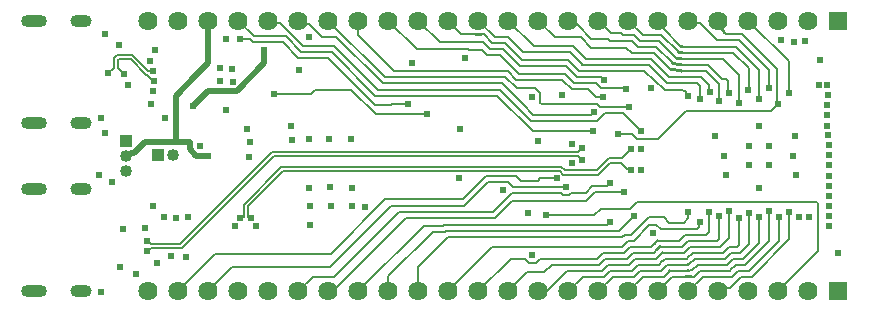
<source format=gbl>
G04*
G04 #@! TF.GenerationSoftware,Altium Limited,Altium Designer,24.8.2 (39)*
G04*
G04 Layer_Physical_Order=4*
G04 Layer_Color=16711680*
%FSLAX25Y25*%
%MOIN*%
G70*
G04*
G04 #@! TF.SameCoordinates,54D4AE81-F579-4C1F-815F-76D8A96FC484*
G04*
G04*
G04 #@! TF.FilePolarity,Positive*
G04*
G01*
G75*
%ADD12C,0.00600*%
G04:AMPARAMS|DCode=56|XSize=39.37mil|YSize=70.87mil|CornerRadius=19.68mil|HoleSize=0mil|Usage=FLASHONLY|Rotation=270.000|XOffset=0mil|YOffset=0mil|HoleType=Round|Shape=RoundedRectangle|*
%AMROUNDEDRECTD56*
21,1,0.03937,0.03150,0,0,270.0*
21,1,0.00000,0.07087,0,0,270.0*
1,1,0.03937,-0.01575,0.00000*
1,1,0.03937,-0.01575,0.00000*
1,1,0.03937,0.01575,0.00000*
1,1,0.03937,0.01575,0.00000*
%
%ADD56ROUNDEDRECTD56*%
G04:AMPARAMS|DCode=57|XSize=39.37mil|YSize=86.61mil|CornerRadius=19.68mil|HoleSize=0mil|Usage=FLASHONLY|Rotation=270.000|XOffset=0mil|YOffset=0mil|HoleType=Round|Shape=RoundedRectangle|*
%AMROUNDEDRECTD57*
21,1,0.03937,0.04724,0,0,270.0*
21,1,0.00000,0.08661,0,0,270.0*
1,1,0.03937,-0.02362,0.00000*
1,1,0.03937,-0.02362,0.00000*
1,1,0.03937,0.02362,0.00000*
1,1,0.03937,0.02362,0.00000*
%
%ADD57ROUNDEDRECTD57*%
%ADD59C,0.02000*%
%ADD62C,0.00603*%
%ADD64C,0.04000*%
%ADD65R,0.04000X0.04000*%
%ADD66C,0.06400*%
%ADD67R,0.04000X0.04000*%
%ADD68R,0.06400X0.06400*%
%ADD69C,0.02400*%
%ADD78C,0.01000*%
%ADD79C,0.01000*%
D12*
X204730Y21700D02*
X206728D01*
X211828Y26800D02*
X214318D01*
X206728Y21700D02*
X211828Y26800D01*
X214318D02*
X215718Y25400D01*
X222773D01*
X171882Y19700D02*
X202730D01*
X204730Y21700D01*
X159500Y19500D02*
X171682D01*
X145000Y5000D02*
X159500Y19500D01*
X171682D02*
X171882Y19700D01*
X205900Y23700D02*
X211700Y29500D01*
X203001Y22800D02*
X203901Y23700D01*
X211700Y29500D02*
X216843D01*
X203901Y23700D02*
X205900D01*
X144800Y22800D02*
X203001D01*
X216843Y29500D02*
X218643Y27700D01*
X214700Y55400D02*
X224300Y65000D01*
X252600D01*
X254614Y67014D02*
Y78714D01*
X252600Y65000D02*
X254614Y67014D01*
X164900Y89500D02*
X169900Y84500D01*
X155000Y95000D02*
X160500Y89500D01*
X169900Y84500D02*
X185500D01*
X160500Y89500D02*
X164900D01*
X135000Y95000D02*
X142200Y87800D01*
X156543D01*
X125000Y95000D02*
X134600Y85400D01*
X151618D01*
X151818Y85200D01*
X156315D02*
X158015Y83500D01*
X151818Y85200D02*
X156315D01*
X158015Y83500D02*
X162343D01*
X180428Y89572D02*
X189100D01*
X175000Y95000D02*
X180428Y89572D01*
X115000Y5000D02*
X136700Y26700D01*
X143043D01*
X72800Y12800D02*
X105400D01*
X65000Y5000D02*
X72800Y12800D01*
X105400D02*
X125800Y33200D01*
X67300Y17300D02*
X105700D01*
X55000Y5000D02*
X67300Y17300D01*
X105700D02*
X124000Y35600D01*
X125800Y33200D02*
X150200D01*
X124000Y35600D02*
X149772D01*
X130700Y29200D02*
X160547D01*
X105000Y5000D02*
X106461D01*
X108035Y6573D01*
X108073D01*
X130700Y29200D01*
X125000Y9900D02*
X139800Y24700D01*
X143872D02*
X143972Y24800D01*
X139800Y24700D02*
X143872D01*
X143972Y24800D02*
X201800D01*
X125000Y5000D02*
Y9900D01*
X176900Y11200D02*
X179400Y13700D01*
X195215D01*
X171200Y11200D02*
X176900D01*
X165000Y5000D02*
X171200Y11200D01*
X165700Y15700D02*
X170482D01*
X175518D02*
X194386D01*
X155000Y5000D02*
X165700Y15700D01*
X174118Y14300D02*
X175518Y15700D01*
X171882Y14300D02*
X174118D01*
X170482Y15700D02*
X171882Y14300D01*
X184445Y11700D02*
X196043D01*
X177745Y5000D02*
X184445Y11700D01*
X196043D02*
X198043Y13700D01*
X175000Y5000D02*
X177745D01*
X225000D02*
X229700Y9700D01*
X235298D02*
X236238Y9580D01*
X229700Y9700D02*
X235298D01*
X236238Y9580D02*
X237067Y9580D01*
X239552D02*
X241672Y11700D01*
X237067Y9580D02*
X239552D01*
X183001Y75329D02*
X186186Y72143D01*
X191657D01*
X194132Y69668D01*
X163986Y76200D02*
X167790Y72396D01*
X175533Y67686D02*
X176118Y67100D01*
X175533Y67686D02*
Y68514D01*
X176118Y67100D02*
X194618D01*
X175596Y68578D02*
Y70815D01*
X175533Y68514D02*
X175596Y68578D01*
X174015Y72396D02*
X175596Y70815D01*
X167790Y72396D02*
X174015D01*
X123800Y76200D02*
X163986D01*
X194618Y67100D02*
X195418Y66300D01*
X205100D01*
X173300Y63700D02*
X192421D01*
X193121Y64400D01*
X193500D01*
X194238Y74143D02*
X195882Y72500D01*
X187015Y74143D02*
X194238D01*
X183829Y77329D02*
X187015Y74143D01*
X162900Y74100D02*
X169800Y67200D01*
X169800D02*
X173300Y63700D01*
X169800Y67200D02*
X169800D01*
X168972Y65200D02*
X172472Y61700D01*
X194618D01*
X196200Y63282D01*
Y63282D02*
X197218Y64300D01*
X196200Y63282D02*
Y63282D01*
X161236Y70000D02*
X173136Y58100D01*
X193153D01*
X242828Y90500D02*
X246620Y86708D01*
Y86708D02*
Y86708D01*
Y86708D02*
X254614Y78714D01*
X237437Y90500D02*
X242828D01*
X237144Y90793D02*
X237437Y90500D01*
X235000Y95000D02*
X235001Y94996D01*
X237115Y90823D02*
X237144Y90793D01*
X267600Y34700D02*
X268200Y34100D01*
X205482Y32300D02*
X207882Y34700D01*
X267600D01*
X268200Y18200D02*
Y34100D01*
X246100Y9700D02*
X258500Y22100D01*
Y31200D01*
X251900Y21700D02*
Y31500D01*
X243900Y13700D02*
X251900Y21700D01*
X242243Y17700D02*
X245200Y20657D01*
Y31000D01*
X238400Y22570D02*
Y31700D01*
X235529Y19700D02*
X238400Y22570D01*
X231900Y24586D02*
Y31100D01*
X228496Y27696D02*
X228700Y27900D01*
X228496Y26286D02*
Y27696D01*
X223073Y25700D02*
X227910D01*
X228496Y26286D01*
X231014Y23700D02*
X231900Y24586D01*
X224732Y31032D02*
X225000Y31300D01*
X224732Y29061D02*
Y31032D01*
X223372Y27700D02*
X224732Y29061D01*
X207982Y55400D02*
X214700D01*
X227814Y74186D02*
X228700Y73300D01*
Y68800D02*
Y73300D01*
X229407Y75893D02*
X231832Y73468D01*
Y71468D02*
X232100Y71200D01*
X231832Y71468D02*
Y73468D01*
X229407Y75893D02*
X229407D01*
X235100Y68100D02*
Y73800D01*
X230714Y78186D02*
X235100Y73800D01*
X241700Y72289D02*
X242000Y72589D01*
X241700Y67700D02*
Y72289D01*
X242000Y72589D02*
Y76800D01*
X245100Y72200D02*
Y79072D01*
X244900Y72000D02*
X245100Y72200D01*
X239986Y84186D02*
X245100Y79072D01*
X248500Y68800D02*
Y78500D01*
X240767Y86233D02*
X248500Y78500D01*
X251800Y72400D02*
Y78600D01*
X79005Y88732D02*
X79962Y87775D01*
X75768Y88732D02*
X79005D01*
X79962Y87775D02*
X83700D01*
X95100Y82700D02*
X95250Y82550D01*
X83700Y87775D02*
X89868D01*
X95250Y82550D02*
X104850D01*
X89868Y87775D02*
X94943Y82700D01*
X95100D01*
X90697Y89775D02*
X95772Y84700D01*
X97600D02*
X97750Y84550D01*
X95772Y84700D02*
X97600D01*
X97750Y84550D02*
X106057D01*
X80225Y89775D02*
X90697D01*
X88973Y94327D02*
X96600Y86700D01*
X106736D02*
X121436Y72000D01*
X96600Y86700D02*
X106736D01*
X85673Y94327D02*
X88973D01*
X85000Y95000D02*
X85673Y94327D01*
X240843Y13700D02*
X243900D01*
X237895Y11580D02*
X238723D01*
X225964Y9600D02*
X226772D01*
X219600D02*
X224036D01*
X238995Y11852D02*
X240843Y13700D01*
X226772Y9600D02*
X228872Y11700D01*
X237775D01*
X237895Y11580D01*
X238723D02*
X238995Y11852D01*
X215000Y5000D02*
X219600Y9600D01*
X255100Y29600D02*
X255136Y29564D01*
Y21564D02*
Y29564D01*
X245272Y11700D02*
X255136Y21564D01*
X241672Y11700D02*
X245272D01*
X120772Y63800D02*
X137900D01*
X112572Y72000D02*
X120772Y63800D01*
X100625Y72000D02*
X112572D01*
X99225Y70600D02*
X100625Y72000D01*
X86900Y70600D02*
X99225D01*
X75500Y89000D02*
X75700Y88800D01*
X75768Y88732D01*
X104850Y82550D02*
X120600Y66800D01*
X125711D01*
X126011Y67100D02*
X131500D01*
X125711Y66800D02*
X126011Y67100D01*
X158300Y41300D02*
X164804D01*
X166404Y39700D01*
X184200D01*
X150200Y33200D02*
X158300Y41300D01*
X167586Y43300D02*
X169186Y41700D01*
X157472Y43300D02*
X167586D01*
X149772Y35600D02*
X157472Y43300D01*
X169186Y41700D02*
X174704D01*
X175403Y42400D01*
X181300D01*
X235923Y5923D02*
X238723D01*
X235000Y5000D02*
X235923Y5923D01*
X238723D02*
X242500Y9700D01*
X246100D01*
X243072Y15700D02*
X248400Y21028D01*
Y29600D01*
X240015Y15700D02*
X243072D01*
X205000Y5000D02*
X209700Y9700D01*
X228043Y13700D02*
X238015D01*
X209700Y9700D02*
X216872D01*
X238015Y13700D02*
X240015Y15700D01*
X216872Y9700D02*
X218772Y11600D01*
X218776Y11600D02*
X224885Y11699D01*
X224930Y11700D02*
X226055Y11711D01*
X228043Y13700D01*
X239186Y17700D02*
X242243D01*
X208872Y11700D02*
X216000D01*
X206872Y9700D02*
X208872Y11700D01*
X195000Y5000D02*
X199700Y9700D01*
X206872D01*
X216000Y11700D02*
X216948Y12648D01*
X237186Y15700D02*
X239186Y17700D01*
X216948Y12648D02*
X217143Y12800D01*
X217943Y13600D01*
X224093Y13691D01*
X224900Y13699D01*
X224909Y13700D02*
X225218Y13703D01*
X227215Y15700D01*
X237186D01*
X241700Y20286D02*
Y29300D01*
X241114Y19700D02*
X241700Y20286D01*
X238358Y19700D02*
X241114D01*
X189700Y9700D02*
X196872D01*
X198872Y11700D01*
X185000Y5000D02*
X189700Y9700D01*
X236358Y17700D02*
X238358Y19700D01*
X226386Y17700D02*
X236358D01*
X206043Y11700D02*
X208043Y13700D01*
X198872Y11700D02*
X206043D01*
X208043Y13700D02*
X215172D01*
X216220Y14748D01*
X224669Y15983D02*
X226386Y17700D01*
X216220Y14748D02*
X216415Y14900D01*
X217115Y15600D01*
X223256Y15682D01*
X224380Y15694D01*
X224669Y15983D01*
X205215Y13700D02*
X207215Y15700D01*
X198043Y13700D02*
X205215D01*
X207215Y15700D02*
X214343D01*
X215391Y16748D02*
X215586Y16900D01*
X214343Y15700D02*
X215391Y16748D01*
X215586Y16900D02*
X216286Y17600D01*
X216290Y17600D02*
X222419Y17674D01*
X223543Y17685D01*
X225558Y19700D01*
X235529D01*
X195215Y13700D02*
X197215Y15700D01*
X204386D02*
X206386Y17700D01*
X197215Y15700D02*
X204386D01*
X235100Y22286D02*
Y29900D01*
X206386Y17700D02*
X213515D01*
X214563Y18748D01*
X234514Y21700D02*
X235100Y22286D01*
X221582Y19665D02*
X222706Y19677D01*
X224729Y21700D01*
X214564Y18749D02*
X215458Y19600D01*
X224729Y21700D02*
X234514D01*
X215461Y19600D02*
X221582Y19665D01*
X203558Y17700D02*
X205558Y19700D01*
X196386Y17700D02*
X203558D01*
X194386Y15700D02*
X196386Y17700D01*
X223901Y23700D02*
X231014D01*
X212686Y19700D02*
X213736Y20749D01*
X205558Y19700D02*
X212686D01*
X213737Y20751D02*
X214628Y21599D01*
X214633Y21600D02*
X220745Y21656D01*
X221869Y21668D01*
X223901Y23700D01*
X222773Y25400D02*
X223073Y25700D01*
X135000Y5000D02*
Y13000D01*
X144800Y22800D01*
X218643Y27700D02*
X223372D01*
X201800Y24800D02*
X207000Y30000D01*
X143143Y26800D02*
X197714D01*
X198914Y28000D01*
X199000D01*
X143043Y26700D02*
X143143Y26800D01*
X193828Y38000D02*
X203500D01*
X166347Y35000D02*
X190828D01*
X193828Y38000D01*
X160547Y29200D02*
X166347Y35000D01*
X95000Y5000D02*
X99700Y9700D01*
X106871D01*
X182382Y37700D02*
X183082Y37000D01*
X185318D01*
X186018Y37700D01*
X166218D02*
X182382D01*
X186018D02*
X190700D01*
X106871Y9700D02*
X128372Y31200D01*
X159718D01*
X166218Y37700D01*
X190700D02*
X193000Y40000D01*
X197714D01*
X198714Y41000D01*
X199000D01*
X75000Y95000D02*
X80225Y89775D01*
X106057Y84550D02*
X120607Y70000D01*
X161236D01*
X162464Y71600D02*
X162572D01*
X121436Y72000D02*
X162064D01*
X162464Y71600D01*
X162572D02*
X168972Y65200D01*
X168972D01*
X197218Y64300D02*
X203148D01*
X209348Y58100D01*
X123072Y74100D02*
X162900D01*
X107586Y89586D02*
X123072Y74100D01*
X95000Y95000D02*
X96023Y93977D01*
X98623D02*
X103014Y89586D01*
X96023Y93977D02*
X98623D01*
X103014Y89586D02*
X107586D01*
X105000Y95000D02*
X123800Y76200D01*
X164815Y78200D02*
X167686Y75329D01*
X115000Y90100D02*
X126900Y78200D01*
X115000Y90100D02*
Y95000D01*
X126900Y78200D02*
X164815D01*
X167686Y75329D02*
X183001D01*
X196232Y69668D02*
X196500Y69400D01*
X194132Y69668D02*
X196232D01*
X168514Y77329D02*
X183829D01*
X162343Y83500D02*
X168022Y77822D01*
X168022D01*
X168514Y77329D01*
X201453Y72468D02*
X203832D01*
X204100Y72200D01*
X201421Y72500D02*
X201453Y72468D01*
X195882Y72500D02*
X201421D01*
X168928Y79743D02*
X184243D01*
X168850Y79822D02*
X168850D01*
X163172Y85500D02*
X168850Y79822D01*
X168850D02*
X168928Y79743D01*
X156543Y87800D02*
X158843Y85500D01*
X163172D01*
X195714Y76143D02*
X196657Y75200D01*
X184243Y79743D02*
X187843Y76143D01*
X195714D01*
X196657Y75200D02*
X197000D01*
X224343Y71143D02*
X225000Y69900D01*
X224061Y71425D02*
X224343Y71143D01*
X217193Y72000D02*
X222199D01*
X210353Y78143D02*
X217193Y72000D01*
X222199D02*
X224061Y71425D01*
X188672Y78143D02*
X189000D01*
X210353Y78143D01*
X184993Y81822D02*
X188672Y78143D01*
X169678Y81822D02*
X184993D01*
X159672Y87500D02*
X164000D01*
X164293Y87207D02*
X169678Y81822D01*
X145000Y95000D02*
X149307Y90693D01*
X149600Y90400D01*
X154036D01*
X155964D02*
X156772D01*
X159672Y87500D01*
X164000D02*
X164293Y87207D01*
X211857Y80143D02*
X217814Y74186D01*
X227814D01*
X189500Y80143D02*
Y80500D01*
Y80143D02*
X211857D01*
X185500Y84500D02*
X189500Y80500D01*
X229114Y76186D02*
X229407Y75893D01*
X218643Y76186D02*
X229114D01*
X212685Y82143D02*
X218643Y76186D01*
X190857Y82143D02*
X212685D01*
X186500Y86500D02*
X190857Y82143D01*
X173500Y86500D02*
X186500D01*
X165000Y95000D02*
X173500Y86500D01*
X213514Y84143D02*
X218760Y78897D01*
X222886Y78186D02*
X230714D01*
X222823Y78186D02*
X222886Y78186D01*
X189100Y89572D02*
X192672Y86000D01*
X204322D01*
X206178Y84143D01*
X213514D01*
X238200Y71200D02*
X238400Y71000D01*
X237614Y75542D02*
X238200Y74956D01*
X222950Y80186D02*
X231543D01*
X236159Y75569D01*
X238200Y71200D02*
Y74956D01*
X236159Y75569D02*
X237614Y75542D01*
X186461Y95000D02*
X188035Y93427D01*
X188073D01*
X185000Y95000D02*
X186461D01*
X214342Y86143D02*
X219759Y80726D01*
X192500Y89000D02*
X198172D01*
X199014Y88157D01*
X206157D01*
X208172Y86143D01*
X214342D01*
X188073Y93427D02*
X192500Y89000D01*
X215171Y88143D02*
X220747Y82567D01*
X223080Y82186D02*
X236614D01*
X242000Y76800D01*
X203053Y90300D02*
X206843D01*
X202603Y90750D02*
X203053Y90300D01*
X199250Y90750D02*
X202603D01*
X206843Y90300D02*
X209000Y88143D01*
X195000Y95000D02*
X199250Y90750D01*
X209000Y88143D02*
X215171D01*
X209857Y90143D02*
X215999D01*
X205000Y95000D02*
X209564Y90436D01*
X209857Y90143D01*
X215999D02*
X221723Y84419D01*
X223213Y84186D02*
X239986D01*
X216593Y92377D02*
X222685Y86285D01*
X216300Y92670D02*
X216593Y92377D01*
X215000Y95000D02*
X216300Y92670D01*
X223021Y86233D02*
X240767D01*
X242000Y88400D02*
X251800Y78600D01*
X242000Y88400D02*
Y88500D01*
X225823Y94177D02*
X228823D01*
X234500Y88500D02*
X242000D01*
X228823Y94177D02*
X234500Y88500D01*
X225000Y95000D02*
X225823Y94177D01*
X201600Y57100D02*
X206282D01*
X207982Y55400D01*
X258500Y71000D02*
Y81500D01*
X245000Y95000D02*
X258500Y81500D01*
X255000Y5000D02*
X268200Y18200D01*
X195700Y32300D02*
X205482D01*
X193500Y30100D02*
X195700Y32300D01*
X177687Y30100D02*
X193500D01*
D56*
X22500Y60984D02*
D03*
Y95000D02*
D03*
Y5000D02*
D03*
Y39016D02*
D03*
D57*
X6752Y60984D02*
D03*
Y95000D02*
D03*
Y5000D02*
D03*
Y39016D02*
D03*
D59*
X61000Y67600D02*
X65000Y71600D01*
X60000Y66600D02*
X61000Y67600D01*
X65000Y71600D02*
X74360D01*
X83600Y80840D01*
Y85200D01*
X61000Y76800D02*
X65000Y80800D01*
Y88800D01*
X54200Y70000D02*
X61000Y76800D01*
X54200Y54500D02*
Y70000D01*
X43828Y54500D02*
X54200D01*
X58800D01*
Y52175D02*
Y54500D01*
Y52175D02*
X60975Y50000D01*
X64417D01*
X64441Y49977D01*
X64723D01*
X64800Y49900D01*
X65000Y88800D02*
Y95000D01*
X40328Y51000D02*
X43828Y54500D01*
X38041Y50000D02*
X39041Y51000D01*
X40328D01*
X37500Y50000D02*
X38041D01*
D62*
X44600Y21421D02*
X44941D01*
X45852Y20510D02*
X55610D01*
X45821Y19107D02*
X56191D01*
X44569Y18222D02*
X44935D01*
X45821Y19107D01*
X44941Y21421D02*
X45852Y20510D01*
X56191Y19107D02*
X86883Y49799D01*
X183259Y43696D02*
X194980D01*
X198984Y47700D01*
X194398Y45099D02*
X198403Y49103D01*
X89320Y46305D02*
X182634D01*
X183841Y45099D02*
X194398D01*
X182634Y46305D02*
X183841Y45099D01*
X89902Y44901D02*
X182053D01*
X183259Y43696D01*
X78100Y33100D02*
X89902Y44901D01*
X76697Y33681D02*
X89320Y46305D01*
X39047Y82200D02*
X44331Y76916D01*
X39628Y83603D02*
X44912Y78319D01*
X46681D01*
X44331Y76916D02*
X44390D01*
X46506Y74800D02*
X46700D01*
X44390Y76916D02*
X46506Y74800D01*
X35255Y82200D02*
X39047D01*
X34674Y83603D02*
X39628D01*
X33498Y82428D02*
X34674Y83603D01*
X33498Y79299D02*
Y82428D01*
X34901Y79299D02*
Y81847D01*
X35255Y82200D01*
X31600Y77400D02*
X33498Y79299D01*
X31500Y77400D02*
X31600D01*
X36900Y77200D02*
Y77300D01*
X34901Y79299D02*
X36900Y77300D01*
X78100Y29403D02*
Y33100D01*
X205662Y45636D02*
X205998Y45300D01*
X204564Y45636D02*
X205662D01*
X198984Y47700D02*
X202500D01*
X204564Y45636D01*
X76697Y29403D02*
Y33681D01*
X202703Y49103D02*
X205900Y52300D01*
X198403Y49103D02*
X202703D01*
X86883Y49799D02*
X188348D01*
X189547Y48600D01*
X189600D01*
X55610Y20510D02*
X86301Y51201D01*
X189347Y52400D02*
X189400D01*
X86301Y51201D02*
X188148D01*
X189347Y52400D01*
D64*
X53300Y50300D02*
D03*
X37500Y45000D02*
D03*
Y50000D02*
D03*
D65*
X48300Y50300D02*
D03*
D66*
X215000Y5000D02*
D03*
X225000D02*
D03*
X65000D02*
D03*
X55000D02*
D03*
X245000D02*
D03*
X235000D02*
D03*
X205000D02*
D03*
X195000D02*
D03*
X185000D02*
D03*
X175000D02*
D03*
X165000D02*
D03*
X155000D02*
D03*
X145000D02*
D03*
X135000D02*
D03*
X125000D02*
D03*
X115000D02*
D03*
X105000D02*
D03*
X95000D02*
D03*
X75000Y95000D02*
D03*
X85000D02*
D03*
X95000D02*
D03*
X105000D02*
D03*
X115000D02*
D03*
X125000D02*
D03*
X135000D02*
D03*
X145000D02*
D03*
X155000D02*
D03*
X165000D02*
D03*
X175000D02*
D03*
X185000D02*
D03*
X195000D02*
D03*
X205000D02*
D03*
X215000D02*
D03*
X225000D02*
D03*
X235000D02*
D03*
X245000D02*
D03*
X255000D02*
D03*
X85000Y5000D02*
D03*
X75000D02*
D03*
X255000D02*
D03*
X65000Y95000D02*
D03*
X265000D02*
D03*
X55000D02*
D03*
X45000D02*
D03*
X265000Y5000D02*
D03*
X45000D02*
D03*
D67*
X37500Y55000D02*
D03*
D68*
X275000Y5000D02*
D03*
Y95000D02*
D03*
D69*
X29100Y4400D02*
D03*
X41000Y10500D02*
D03*
X35600Y12800D02*
D03*
X47700Y14300D02*
D03*
X57500Y16300D02*
D03*
X52400Y16400D02*
D03*
X44569Y18222D02*
D03*
X44600Y21421D02*
D03*
X36400Y25600D02*
D03*
X43800Y26000D02*
D03*
X54100Y29300D02*
D03*
X58100Y29400D02*
D03*
X28400Y43417D02*
D03*
X29100Y62600D02*
D03*
X30400Y90500D02*
D03*
X30500Y57600D02*
D03*
X31500Y77400D02*
D03*
X32900Y41100D02*
D03*
X35100Y86800D02*
D03*
X36900Y77200D02*
D03*
X38300Y73600D02*
D03*
X45600Y81400D02*
D03*
X45900Y67200D02*
D03*
X46600Y33200D02*
D03*
Y71400D02*
D03*
X46681Y78319D02*
D03*
X46700Y74800D02*
D03*
X47300Y85300D02*
D03*
X50200Y29400D02*
D03*
X50400Y62700D02*
D03*
X60000Y66600D02*
D03*
X62300Y53200D02*
D03*
X64800Y49900D02*
D03*
X73800Y26500D02*
D03*
X75600Y29200D02*
D03*
X78500Y49700D02*
D03*
X79000Y54700D02*
D03*
X79300Y29200D02*
D03*
X80900Y26400D02*
D03*
X92700Y55300D02*
D03*
X98600Y39300D02*
D03*
X98700Y26800D02*
D03*
X98900Y33100D02*
D03*
X105400Y39400D02*
D03*
X105700Y33200D02*
D03*
X112700Y39300D02*
D03*
X113000Y33100D02*
D03*
X117200Y32800D02*
D03*
X148500Y42500D02*
D03*
X163300Y38600D02*
D03*
X171393Y30893D02*
D03*
X68700Y74800D02*
D03*
X68800Y79200D02*
D03*
X71000Y65100D02*
D03*
Y88900D02*
D03*
X73000Y79000D02*
D03*
X73200Y74400D02*
D03*
X75500Y89000D02*
D03*
X77900Y58800D02*
D03*
X83600Y85200D02*
D03*
X86900Y70600D02*
D03*
X92500Y60000D02*
D03*
X95100Y78400D02*
D03*
X98400Y55400D02*
D03*
X98600Y89400D02*
D03*
X105200Y55500D02*
D03*
X112500Y55400D02*
D03*
X131500Y67100D02*
D03*
X133000Y81000D02*
D03*
X137900Y63800D02*
D03*
X149000Y59000D02*
D03*
X150500Y82700D02*
D03*
X173000Y17000D02*
D03*
X213200Y24100D02*
D03*
X228700Y27900D02*
D03*
X199000Y28000D02*
D03*
X207000Y30000D02*
D03*
X177687Y30100D02*
D03*
X231900Y31100D02*
D03*
X225000Y31300D02*
D03*
X203500Y38000D02*
D03*
X184200Y39700D02*
D03*
X172897Y69696D02*
D03*
X175000Y55000D02*
D03*
X181300Y42400D02*
D03*
X183000Y70300D02*
D03*
X186300Y47400D02*
D03*
Y53800D02*
D03*
X189400Y52400D02*
D03*
X189600Y48600D02*
D03*
X193200Y58100D02*
D03*
X193500Y64400D02*
D03*
X196500Y69400D02*
D03*
X197000Y75200D02*
D03*
X199000Y41000D02*
D03*
X201600Y57100D02*
D03*
X204100Y72200D02*
D03*
X205100Y66300D02*
D03*
X205900Y52300D02*
D03*
X205998Y45300D02*
D03*
X209200Y52200D02*
D03*
X209300Y45100D02*
D03*
X209348Y58100D02*
D03*
X212400Y72600D02*
D03*
X225000Y69900D02*
D03*
X228700Y68800D02*
D03*
X232100Y71200D02*
D03*
X234000Y56500D02*
D03*
X235100Y29900D02*
D03*
X237020Y50020D02*
D03*
X237543Y43543D02*
D03*
X238400Y31700D02*
D03*
X241700Y29300D02*
D03*
X245200Y31000D02*
D03*
Y46800D02*
D03*
X248400Y29600D02*
D03*
X248457Y39043D02*
D03*
X251700Y46800D02*
D03*
X251900Y31500D02*
D03*
X255100Y29600D02*
D03*
X258500Y31200D02*
D03*
X259957Y49957D02*
D03*
X260957Y43457D02*
D03*
X261800Y29500D02*
D03*
X265300D02*
D03*
X271914Y26614D02*
D03*
Y30014D02*
D03*
Y33214D02*
D03*
Y36614D02*
D03*
Y40014D02*
D03*
X272014Y43314D02*
D03*
Y46714D02*
D03*
X274900Y17600D02*
D03*
X235100Y68100D02*
D03*
X238400Y71000D02*
D03*
X241700Y67700D02*
D03*
X244900Y72000D02*
D03*
X245100Y53200D02*
D03*
X248500Y68800D02*
D03*
X248543Y59957D02*
D03*
X251700Y53300D02*
D03*
X251800Y72400D02*
D03*
X254700Y67100D02*
D03*
X255800Y88600D02*
D03*
X258500Y71000D02*
D03*
X260300Y87900D02*
D03*
X260457Y56457D02*
D03*
X263900Y88100D02*
D03*
X268586Y73514D02*
D03*
X269000Y82000D02*
D03*
X271214Y63414D02*
D03*
X271314Y66814D02*
D03*
Y60014D02*
D03*
Y73414D02*
D03*
X271414Y70114D02*
D03*
Y56714D02*
D03*
X271814Y53414D02*
D03*
X271914Y50114D02*
D03*
D78*
X235001Y94996D02*
G03*
X237115Y90823I9787J2335D01*
G01*
X225964Y9600D02*
G03*
X224036Y9600I-964J-4600D01*
G01*
X218772Y11600D02*
G03*
X218776Y11600I-12J1000D01*
G01*
X224930Y11700D02*
G03*
X224885Y11699I70J-6700D01*
G01*
X224909Y13700D02*
G03*
X224900Y13699I91J-8699D01*
G01*
X216286Y17600D02*
G03*
X216290Y17600I-8J1000D01*
G01*
X214563Y18748D02*
G03*
X214564Y18749I-688J726D01*
G01*
X215458Y19600D02*
G03*
X215461Y19600I-8J1000D01*
G01*
X214628Y21599D02*
G03*
X214630Y21600I-689J724D01*
G01*
X213736Y20749D02*
G03*
X213737Y20751I-688J726D01*
G01*
X214630Y21600D02*
G03*
X214633Y21600I-5J1000D01*
G01*
X154036Y90400D02*
G03*
X155964Y90400I964J4600D01*
G01*
X218760Y78897D02*
G03*
X222823Y78186I9403J41746D01*
G01*
X219759Y80726D02*
G03*
X222950Y80186I8404J39917D01*
G01*
X220747Y82567D02*
G03*
X223080Y82186I7416J38077D01*
G01*
X221723Y84419D02*
G03*
X223213Y84186I6440J36224D01*
G01*
X222685Y86285D02*
G03*
X223021Y86233I5477J34358D01*
G01*
D79*
X237144Y90793D02*
D03*
X216593Y92377D02*
D03*
M02*

</source>
